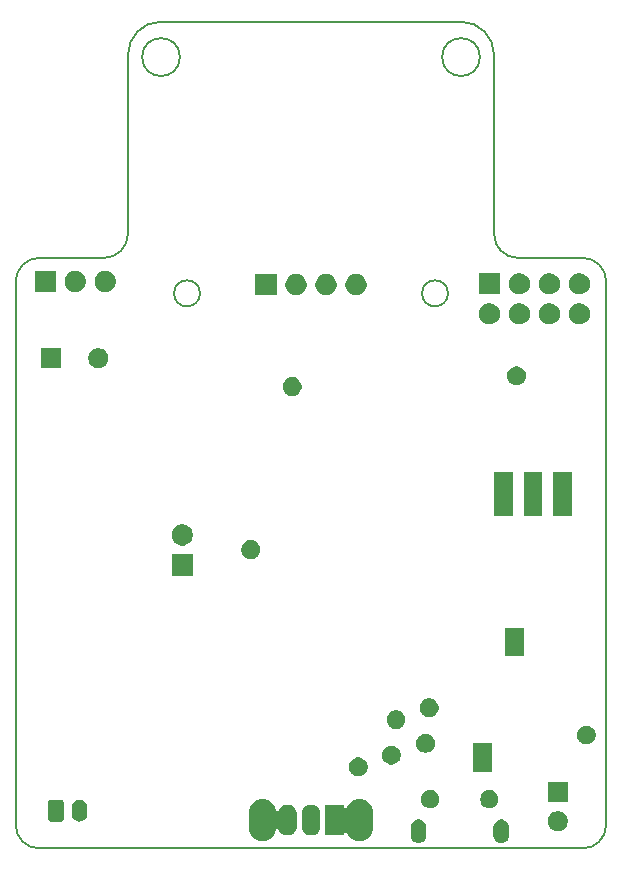
<source format=gbs>
G04 #@! TF.GenerationSoftware,KiCad,Pcbnew,5.1.5+dfsg1-2build2*
G04 #@! TF.CreationDate,2021-02-28T17:12:47+01:00*
G04 #@! TF.ProjectId,time2time,74696d65-3274-4696-9d65-2e6b69636164,V1.0*
G04 #@! TF.SameCoordinates,PX7735940PY3473bc0*
G04 #@! TF.FileFunction,Soldermask,Bot*
G04 #@! TF.FilePolarity,Negative*
%FSLAX46Y46*%
G04 Gerber Fmt 4.6, Leading zero omitted, Abs format (unit mm)*
G04 Created by KiCad (PCBNEW 5.1.5+dfsg1-2build2) date 2021-02-28 17:12:47*
%MOMM*%
%LPD*%
G04 APERTURE LIST*
%ADD10C,0.150000*%
%ADD11C,0.100000*%
G04 APERTURE END LIST*
D10*
X50000000Y-68000000D02*
G75*
G02X48000000Y-70000000I-2000000J0D01*
G01*
X2000000Y-70000000D02*
G75*
G02X0Y-68000000I0J2000000D01*
G01*
X0Y-22000000D02*
G75*
G02X2000000Y-20000000I2000000J0D01*
G01*
X9500000Y-18000000D02*
G75*
G02X7500000Y-20000000I-2000000J0D01*
G01*
X42500000Y-20000000D02*
G75*
G02X40500000Y-18000000I0J2000000D01*
G01*
X48000000Y-20000000D02*
G75*
G02X50000000Y-22000000I0J-2000000D01*
G01*
X37700000Y0D02*
G75*
G02X40500000Y-2800000I0J-2800000D01*
G01*
X9500000Y-2800000D02*
G75*
G02X12300000Y0I2800000J0D01*
G01*
X42500000Y-20000000D02*
X48000000Y-20000000D01*
X9500000Y-2800000D02*
X9500000Y-18000000D01*
X37700000Y0D02*
X12300000Y0D01*
X40500000Y-18000000D02*
X40500000Y-2800000D01*
X36600000Y-23000000D02*
G75*
G03X36600000Y-23000000I-1100000J0D01*
G01*
X15600000Y-23000000D02*
G75*
G03X15600000Y-23000000I-1100000J0D01*
G01*
X39300000Y-3000000D02*
G75*
G03X39300000Y-3000000I-1600000J0D01*
G01*
X13900000Y-3000000D02*
G75*
G03X13900000Y-3000000I-1600000J0D01*
G01*
X0Y-22000000D02*
X0Y-68000000D01*
X7500000Y-20000000D02*
X2000000Y-20000000D01*
X50000000Y-68000000D02*
X50000000Y-22000000D01*
X2000000Y-70000000D02*
X48000000Y-70000000D01*
D11*
G36*
X34227618Y-67545920D02*
G01*
X34294610Y-67566242D01*
X34350336Y-67583146D01*
X34463425Y-67643594D01*
X34562554Y-67724946D01*
X34643906Y-67824075D01*
X34704354Y-67937164D01*
X34707710Y-67948228D01*
X34741580Y-68059882D01*
X34751000Y-68155527D01*
X34751000Y-68919473D01*
X34741580Y-69015118D01*
X34714040Y-69105904D01*
X34704354Y-69137836D01*
X34643906Y-69250925D01*
X34562554Y-69350053D01*
X34463424Y-69431406D01*
X34350335Y-69491854D01*
X34318403Y-69501540D01*
X34227617Y-69529080D01*
X34100000Y-69541649D01*
X33972382Y-69529080D01*
X33881596Y-69501540D01*
X33849664Y-69491854D01*
X33736575Y-69431406D01*
X33637447Y-69350054D01*
X33556094Y-69250924D01*
X33495646Y-69137835D01*
X33474407Y-69067818D01*
X33458420Y-69015117D01*
X33449000Y-68919472D01*
X33449000Y-68155527D01*
X33458420Y-68059882D01*
X33495645Y-67937168D01*
X33520608Y-67890466D01*
X33556095Y-67824075D01*
X33637447Y-67724946D01*
X33736576Y-67643594D01*
X33849665Y-67583146D01*
X33905391Y-67566242D01*
X33972383Y-67545920D01*
X34100000Y-67533351D01*
X34227618Y-67545920D01*
G37*
G36*
X41227617Y-67545920D02*
G01*
X41294609Y-67566242D01*
X41350335Y-67583146D01*
X41463424Y-67643594D01*
X41562554Y-67724947D01*
X41643906Y-67824075D01*
X41704354Y-67937164D01*
X41707710Y-67948228D01*
X41741580Y-68059882D01*
X41751000Y-68155527D01*
X41751000Y-68919473D01*
X41741580Y-69015118D01*
X41714040Y-69105904D01*
X41704354Y-69137836D01*
X41643906Y-69250925D01*
X41562554Y-69350054D01*
X41463425Y-69431406D01*
X41350336Y-69491854D01*
X41318404Y-69501540D01*
X41227618Y-69529080D01*
X41100000Y-69541649D01*
X40972383Y-69529080D01*
X40881597Y-69501540D01*
X40849665Y-69491854D01*
X40736576Y-69431406D01*
X40637447Y-69350054D01*
X40556095Y-69250925D01*
X40495648Y-69137837D01*
X40495645Y-69137832D01*
X40458420Y-69015118D01*
X40449000Y-68919473D01*
X40449000Y-68155528D01*
X40458420Y-68059883D01*
X40495645Y-67937169D01*
X40495646Y-67937165D01*
X40556094Y-67824076D01*
X40637447Y-67724946D01*
X40736575Y-67643594D01*
X40849664Y-67583146D01*
X40905390Y-67566242D01*
X40972382Y-67545920D01*
X41100000Y-67533351D01*
X41227617Y-67545920D01*
G37*
G36*
X21125635Y-65815654D02*
G01*
X21342600Y-65881470D01*
X21342602Y-65881471D01*
X21542555Y-65988347D01*
X21717818Y-66132182D01*
X21861653Y-66307445D01*
X21960848Y-66493028D01*
X21968530Y-66507400D01*
X21991669Y-66583679D01*
X22034986Y-66726475D01*
X22038908Y-66746196D01*
X22048284Y-66768835D01*
X22061897Y-66789210D01*
X22079223Y-66806538D01*
X22099597Y-66820153D01*
X22122236Y-66829531D01*
X22146269Y-66834313D01*
X22170773Y-66834314D01*
X22194806Y-66829534D01*
X22217445Y-66820158D01*
X22237820Y-66806545D01*
X22255148Y-66789219D01*
X22268765Y-66768841D01*
X22330772Y-66652835D01*
X22430868Y-66530867D01*
X22552836Y-66430771D01*
X22691988Y-66356392D01*
X22742319Y-66341125D01*
X22842978Y-66310590D01*
X23000000Y-66295125D01*
X23157023Y-66310590D01*
X23257682Y-66341125D01*
X23308013Y-66356392D01*
X23447165Y-66430771D01*
X23569133Y-66530867D01*
X23669229Y-66652835D01*
X23743608Y-66791987D01*
X23756447Y-66834313D01*
X23789410Y-66942977D01*
X23801000Y-67060655D01*
X23801000Y-68139345D01*
X23789410Y-68257023D01*
X23758875Y-68357682D01*
X23743608Y-68408013D01*
X23718948Y-68454148D01*
X23669229Y-68547165D01*
X23569133Y-68669133D01*
X23472798Y-68748192D01*
X23447164Y-68769229D01*
X23308012Y-68843608D01*
X23257681Y-68858875D01*
X23157022Y-68889410D01*
X23000000Y-68904875D01*
X22842977Y-68889410D01*
X22742318Y-68858875D01*
X22691987Y-68843608D01*
X22552835Y-68769229D01*
X22497916Y-68724158D01*
X22430867Y-68669133D01*
X22330771Y-68547164D01*
X22292537Y-68475633D01*
X22268765Y-68431160D01*
X22255151Y-68410786D01*
X22237824Y-68393459D01*
X22217450Y-68379845D01*
X22194811Y-68370468D01*
X22170777Y-68365688D01*
X22146273Y-68365688D01*
X22122240Y-68370469D01*
X22099601Y-68379846D01*
X22079227Y-68393460D01*
X22061900Y-68410787D01*
X22048286Y-68431161D01*
X22038909Y-68453800D01*
X22034988Y-68473517D01*
X22034346Y-68475633D01*
X22034346Y-68475635D01*
X21968530Y-68692599D01*
X21968529Y-68692602D01*
X21861653Y-68892555D01*
X21782652Y-68988817D01*
X21717818Y-69067818D01*
X21569204Y-69189781D01*
X21542553Y-69211653D01*
X21342601Y-69318529D01*
X21342599Y-69318530D01*
X21125634Y-69384346D01*
X20900000Y-69406569D01*
X20674365Y-69384346D01*
X20457400Y-69318530D01*
X20457398Y-69318529D01*
X20257445Y-69211653D01*
X20161183Y-69132652D01*
X20082182Y-69067818D01*
X19938348Y-68892554D01*
X19912186Y-68843608D01*
X19831471Y-68692601D01*
X19827996Y-68681145D01*
X19765654Y-68475634D01*
X19757561Y-68393460D01*
X19749000Y-68306544D01*
X19749000Y-66893455D01*
X19765654Y-66724366D01*
X19808331Y-66583679D01*
X19831470Y-66507400D01*
X19839152Y-66493028D01*
X19938348Y-66307446D01*
X20082183Y-66132182D01*
X20257446Y-65988347D01*
X20457399Y-65881471D01*
X20457401Y-65881470D01*
X20674366Y-65815654D01*
X20900000Y-65793431D01*
X21125635Y-65815654D01*
G37*
G36*
X29325635Y-65815654D02*
G01*
X29542600Y-65881470D01*
X29542602Y-65881471D01*
X29742555Y-65988347D01*
X29917818Y-66132182D01*
X30061653Y-66307445D01*
X30160848Y-66493028D01*
X30168530Y-66507400D01*
X30191669Y-66583679D01*
X30234346Y-66724366D01*
X30251000Y-66893455D01*
X30251000Y-68306545D01*
X30241006Y-68408011D01*
X30234346Y-68475635D01*
X30172005Y-68681146D01*
X30168529Y-68692602D01*
X30061653Y-68892555D01*
X29982652Y-68988817D01*
X29917818Y-69067818D01*
X29769204Y-69189781D01*
X29742553Y-69211653D01*
X29542601Y-69318529D01*
X29542599Y-69318530D01*
X29325634Y-69384346D01*
X29100000Y-69406569D01*
X28874365Y-69384346D01*
X28657400Y-69318530D01*
X28657398Y-69318529D01*
X28457445Y-69211653D01*
X28361183Y-69132652D01*
X28282182Y-69067818D01*
X28138348Y-68892554D01*
X28112186Y-68843608D01*
X28036238Y-68701520D01*
X28022625Y-68681146D01*
X28005298Y-68663819D01*
X27984923Y-68650205D01*
X27962285Y-68640827D01*
X27938251Y-68636047D01*
X27913747Y-68636047D01*
X27889714Y-68640827D01*
X27867075Y-68650205D01*
X27846701Y-68663818D01*
X27829374Y-68681145D01*
X27815760Y-68701520D01*
X27806382Y-68724158D01*
X27801602Y-68748192D01*
X27801000Y-68760444D01*
X27801000Y-68901000D01*
X26199000Y-68901000D01*
X26199000Y-66299000D01*
X27801000Y-66299000D01*
X27801000Y-66439555D01*
X27803402Y-66463941D01*
X27810515Y-66487390D01*
X27822066Y-66509001D01*
X27837611Y-66527943D01*
X27856553Y-66543488D01*
X27878164Y-66555039D01*
X27901613Y-66562152D01*
X27925999Y-66564554D01*
X27950385Y-66562152D01*
X27973834Y-66555039D01*
X27995445Y-66543488D01*
X28014387Y-66527943D01*
X28036238Y-66498479D01*
X28138348Y-66307446D01*
X28282183Y-66132182D01*
X28457446Y-65988347D01*
X28657399Y-65881471D01*
X28657401Y-65881470D01*
X28874366Y-65815654D01*
X29100000Y-65793431D01*
X29325635Y-65815654D01*
G37*
G36*
X25157023Y-66310590D02*
G01*
X25257682Y-66341125D01*
X25308013Y-66356392D01*
X25447165Y-66430771D01*
X25569133Y-66530867D01*
X25669229Y-66652835D01*
X25743608Y-66791987D01*
X25756447Y-66834313D01*
X25789410Y-66942977D01*
X25801000Y-67060655D01*
X25801000Y-68139345D01*
X25789410Y-68257023D01*
X25758875Y-68357682D01*
X25743608Y-68408013D01*
X25718948Y-68454148D01*
X25669229Y-68547165D01*
X25569133Y-68669133D01*
X25472798Y-68748192D01*
X25447164Y-68769229D01*
X25308012Y-68843608D01*
X25257681Y-68858875D01*
X25157022Y-68889410D01*
X25000000Y-68904875D01*
X24842977Y-68889410D01*
X24742318Y-68858875D01*
X24691987Y-68843608D01*
X24552835Y-68769229D01*
X24497916Y-68724158D01*
X24430867Y-68669133D01*
X24330771Y-68547164D01*
X24292537Y-68475633D01*
X24256392Y-68408012D01*
X24225613Y-68306545D01*
X24210590Y-68257022D01*
X24199000Y-68139344D01*
X24199001Y-67060655D01*
X24210591Y-66942977D01*
X24243554Y-66834313D01*
X24256393Y-66791987D01*
X24330772Y-66652835D01*
X24430868Y-66530867D01*
X24552836Y-66430771D01*
X24691988Y-66356392D01*
X24742319Y-66341125D01*
X24842978Y-66310590D01*
X25000000Y-66295125D01*
X25157023Y-66310590D01*
G37*
G36*
X46148228Y-66881703D02*
G01*
X46303100Y-66945853D01*
X46442481Y-67038985D01*
X46561015Y-67157519D01*
X46654147Y-67296900D01*
X46718297Y-67451772D01*
X46751000Y-67616184D01*
X46751000Y-67783816D01*
X46718297Y-67948228D01*
X46654147Y-68103100D01*
X46561015Y-68242481D01*
X46442481Y-68361015D01*
X46303100Y-68454147D01*
X46148228Y-68518297D01*
X45983816Y-68551000D01*
X45816184Y-68551000D01*
X45651772Y-68518297D01*
X45496900Y-68454147D01*
X45357519Y-68361015D01*
X45238985Y-68242481D01*
X45145853Y-68103100D01*
X45081703Y-67948228D01*
X45049000Y-67783816D01*
X45049000Y-67616184D01*
X45081703Y-67451772D01*
X45145853Y-67296900D01*
X45238985Y-67157519D01*
X45357519Y-67038985D01*
X45496900Y-66945853D01*
X45651772Y-66881703D01*
X45816184Y-66849000D01*
X45983816Y-66849000D01*
X46148228Y-66881703D01*
G37*
G36*
X5527617Y-65883420D02*
G01*
X5608399Y-65907925D01*
X5650335Y-65920646D01*
X5763424Y-65981094D01*
X5862554Y-66062447D01*
X5943906Y-66161575D01*
X6004354Y-66274664D01*
X6010561Y-66295125D01*
X6041580Y-66397382D01*
X6051000Y-66493027D01*
X6051000Y-67106973D01*
X6041580Y-67202618D01*
X6014040Y-67293404D01*
X6004354Y-67325336D01*
X5943906Y-67438425D01*
X5862554Y-67537554D01*
X5763425Y-67618906D01*
X5650336Y-67679354D01*
X5618404Y-67689040D01*
X5527618Y-67716580D01*
X5400000Y-67729149D01*
X5272383Y-67716580D01*
X5181597Y-67689040D01*
X5149665Y-67679354D01*
X5036576Y-67618906D01*
X4937447Y-67537554D01*
X4856096Y-67438427D01*
X4856095Y-67438425D01*
X4795647Y-67325336D01*
X4795645Y-67325333D01*
X4783237Y-67284427D01*
X4758420Y-67202618D01*
X4749000Y-67106973D01*
X4749000Y-66493028D01*
X4758420Y-66397383D01*
X4795645Y-66274669D01*
X4795646Y-66274665D01*
X4856094Y-66161576D01*
X4937447Y-66062446D01*
X5036575Y-65981094D01*
X5149664Y-65920646D01*
X5191600Y-65907925D01*
X5272382Y-65883420D01*
X5400000Y-65870851D01*
X5527617Y-65883420D01*
G37*
G36*
X3891242Y-65878404D02*
G01*
X3928337Y-65889657D01*
X3962515Y-65907925D01*
X3992481Y-65932519D01*
X4017075Y-65962485D01*
X4035343Y-65996663D01*
X4046596Y-66033758D01*
X4051000Y-66078474D01*
X4051000Y-67521526D01*
X4046596Y-67566242D01*
X4035343Y-67603337D01*
X4017075Y-67637515D01*
X3992481Y-67667481D01*
X3962515Y-67692075D01*
X3928337Y-67710343D01*
X3891242Y-67721596D01*
X3846526Y-67726000D01*
X2953474Y-67726000D01*
X2908758Y-67721596D01*
X2871663Y-67710343D01*
X2837485Y-67692075D01*
X2807519Y-67667481D01*
X2782925Y-67637515D01*
X2764657Y-67603337D01*
X2753404Y-67566242D01*
X2749000Y-67521526D01*
X2749000Y-66078474D01*
X2753404Y-66033758D01*
X2764657Y-65996663D01*
X2782925Y-65962485D01*
X2807519Y-65932519D01*
X2837485Y-65907925D01*
X2871663Y-65889657D01*
X2908758Y-65878404D01*
X2953474Y-65874000D01*
X3846526Y-65874000D01*
X3891242Y-65878404D01*
G37*
G36*
X40326348Y-65091320D02*
G01*
X40326350Y-65091321D01*
X40326351Y-65091321D01*
X40467574Y-65149817D01*
X40467577Y-65149819D01*
X40594669Y-65234739D01*
X40702761Y-65342831D01*
X40787681Y-65469923D01*
X40787683Y-65469926D01*
X40846179Y-65611149D01*
X40846180Y-65611152D01*
X40876000Y-65761069D01*
X40876000Y-65913931D01*
X40846459Y-66062447D01*
X40846179Y-66063851D01*
X40787683Y-66205074D01*
X40787681Y-66205077D01*
X40702761Y-66332169D01*
X40594669Y-66440261D01*
X40559229Y-66463941D01*
X40467574Y-66525183D01*
X40326351Y-66583679D01*
X40326350Y-66583679D01*
X40326348Y-66583680D01*
X40176431Y-66613500D01*
X40023569Y-66613500D01*
X39873652Y-66583680D01*
X39873650Y-66583679D01*
X39873649Y-66583679D01*
X39732426Y-66525183D01*
X39640771Y-66463941D01*
X39605331Y-66440261D01*
X39497239Y-66332169D01*
X39412319Y-66205077D01*
X39412317Y-66205074D01*
X39353821Y-66063851D01*
X39353542Y-66062447D01*
X39324000Y-65913931D01*
X39324000Y-65761069D01*
X39353820Y-65611152D01*
X39353821Y-65611149D01*
X39412317Y-65469926D01*
X39412319Y-65469923D01*
X39497239Y-65342831D01*
X39605331Y-65234739D01*
X39732423Y-65149819D01*
X39732426Y-65149817D01*
X39873649Y-65091321D01*
X39873650Y-65091321D01*
X39873652Y-65091320D01*
X40023569Y-65061500D01*
X40176431Y-65061500D01*
X40326348Y-65091320D01*
G37*
G36*
X35326348Y-65091320D02*
G01*
X35326350Y-65091321D01*
X35326351Y-65091321D01*
X35467574Y-65149817D01*
X35467577Y-65149819D01*
X35594669Y-65234739D01*
X35702761Y-65342831D01*
X35787681Y-65469923D01*
X35787683Y-65469926D01*
X35846179Y-65611149D01*
X35846180Y-65611152D01*
X35876000Y-65761069D01*
X35876000Y-65913931D01*
X35846459Y-66062447D01*
X35846179Y-66063851D01*
X35787683Y-66205074D01*
X35787681Y-66205077D01*
X35702761Y-66332169D01*
X35594669Y-66440261D01*
X35559229Y-66463941D01*
X35467574Y-66525183D01*
X35326351Y-66583679D01*
X35326350Y-66583679D01*
X35326348Y-66583680D01*
X35176431Y-66613500D01*
X35023569Y-66613500D01*
X34873652Y-66583680D01*
X34873650Y-66583679D01*
X34873649Y-66583679D01*
X34732426Y-66525183D01*
X34640771Y-66463941D01*
X34605331Y-66440261D01*
X34497239Y-66332169D01*
X34412319Y-66205077D01*
X34412317Y-66205074D01*
X34353821Y-66063851D01*
X34353542Y-66062447D01*
X34324000Y-65913931D01*
X34324000Y-65761069D01*
X34353820Y-65611152D01*
X34353821Y-65611149D01*
X34412317Y-65469926D01*
X34412319Y-65469923D01*
X34497239Y-65342831D01*
X34605331Y-65234739D01*
X34732423Y-65149819D01*
X34732426Y-65149817D01*
X34873649Y-65091321D01*
X34873650Y-65091321D01*
X34873652Y-65091320D01*
X35023569Y-65061500D01*
X35176431Y-65061500D01*
X35326348Y-65091320D01*
G37*
G36*
X46751000Y-66051000D02*
G01*
X45049000Y-66051000D01*
X45049000Y-64349000D01*
X46751000Y-64349000D01*
X46751000Y-66051000D01*
G37*
G36*
X29233642Y-62329781D02*
G01*
X29379414Y-62390162D01*
X29379416Y-62390163D01*
X29510608Y-62477822D01*
X29622178Y-62589392D01*
X29709837Y-62720584D01*
X29709838Y-62720586D01*
X29770219Y-62866358D01*
X29801000Y-63021107D01*
X29801000Y-63178893D01*
X29770219Y-63333642D01*
X29709838Y-63479414D01*
X29709837Y-63479416D01*
X29622178Y-63610608D01*
X29510608Y-63722178D01*
X29379416Y-63809837D01*
X29379415Y-63809838D01*
X29379414Y-63809838D01*
X29233642Y-63870219D01*
X29078893Y-63901000D01*
X28921107Y-63901000D01*
X28766358Y-63870219D01*
X28620586Y-63809838D01*
X28620585Y-63809838D01*
X28620584Y-63809837D01*
X28489392Y-63722178D01*
X28377822Y-63610608D01*
X28290163Y-63479416D01*
X28290162Y-63479414D01*
X28229781Y-63333642D01*
X28199000Y-63178893D01*
X28199000Y-63021107D01*
X28229781Y-62866358D01*
X28290162Y-62720586D01*
X28290163Y-62720584D01*
X28377822Y-62589392D01*
X28489392Y-62477822D01*
X28620584Y-62390163D01*
X28620586Y-62390162D01*
X28766358Y-62329781D01*
X28921107Y-62299000D01*
X29078893Y-62299000D01*
X29233642Y-62329781D01*
G37*
G36*
X40301000Y-63501000D02*
G01*
X38699000Y-63501000D01*
X38699000Y-61099000D01*
X40301000Y-61099000D01*
X40301000Y-63501000D01*
G37*
G36*
X32033642Y-61329781D02*
G01*
X32179414Y-61390162D01*
X32179416Y-61390163D01*
X32310608Y-61477822D01*
X32422178Y-61589392D01*
X32509837Y-61720584D01*
X32509838Y-61720586D01*
X32570219Y-61866358D01*
X32601000Y-62021107D01*
X32601000Y-62178893D01*
X32570219Y-62333642D01*
X32510497Y-62477822D01*
X32509837Y-62479416D01*
X32422178Y-62610608D01*
X32310608Y-62722178D01*
X32179416Y-62809837D01*
X32179415Y-62809838D01*
X32179414Y-62809838D01*
X32033642Y-62870219D01*
X31878893Y-62901000D01*
X31721107Y-62901000D01*
X31566358Y-62870219D01*
X31420586Y-62809838D01*
X31420585Y-62809838D01*
X31420584Y-62809837D01*
X31289392Y-62722178D01*
X31177822Y-62610608D01*
X31090163Y-62479416D01*
X31089503Y-62477822D01*
X31029781Y-62333642D01*
X30999000Y-62178893D01*
X30999000Y-62021107D01*
X31029781Y-61866358D01*
X31090162Y-61720586D01*
X31090163Y-61720584D01*
X31177822Y-61589392D01*
X31289392Y-61477822D01*
X31420584Y-61390163D01*
X31420586Y-61390162D01*
X31566358Y-61329781D01*
X31721107Y-61299000D01*
X31878893Y-61299000D01*
X32033642Y-61329781D01*
G37*
G36*
X34933642Y-60329781D02*
G01*
X35079414Y-60390162D01*
X35079416Y-60390163D01*
X35210608Y-60477822D01*
X35322178Y-60589392D01*
X35351745Y-60633643D01*
X35409838Y-60720586D01*
X35470219Y-60866358D01*
X35501000Y-61021107D01*
X35501000Y-61178893D01*
X35470219Y-61333642D01*
X35446807Y-61390163D01*
X35409837Y-61479416D01*
X35322178Y-61610608D01*
X35210608Y-61722178D01*
X35079416Y-61809837D01*
X35079415Y-61809838D01*
X35079414Y-61809838D01*
X34933642Y-61870219D01*
X34778893Y-61901000D01*
X34621107Y-61901000D01*
X34466358Y-61870219D01*
X34320586Y-61809838D01*
X34320585Y-61809838D01*
X34320584Y-61809837D01*
X34189392Y-61722178D01*
X34077822Y-61610608D01*
X33990163Y-61479416D01*
X33953193Y-61390163D01*
X33929781Y-61333642D01*
X33899000Y-61178893D01*
X33899000Y-61021107D01*
X33929781Y-60866358D01*
X33990162Y-60720586D01*
X34048255Y-60633643D01*
X34077822Y-60589392D01*
X34189392Y-60477822D01*
X34320584Y-60390163D01*
X34320586Y-60390162D01*
X34466358Y-60329781D01*
X34621107Y-60299000D01*
X34778893Y-60299000D01*
X34933642Y-60329781D01*
G37*
G36*
X48533642Y-59629781D02*
G01*
X48679414Y-59690162D01*
X48679416Y-59690163D01*
X48810608Y-59777822D01*
X48922178Y-59889392D01*
X48929934Y-59901000D01*
X49009838Y-60020586D01*
X49070219Y-60166358D01*
X49101000Y-60321107D01*
X49101000Y-60478893D01*
X49070219Y-60633642D01*
X49034206Y-60720584D01*
X49009837Y-60779416D01*
X48922178Y-60910608D01*
X48810608Y-61022178D01*
X48679416Y-61109837D01*
X48679415Y-61109838D01*
X48679414Y-61109838D01*
X48533642Y-61170219D01*
X48378893Y-61201000D01*
X48221107Y-61201000D01*
X48066358Y-61170219D01*
X47920586Y-61109838D01*
X47920585Y-61109838D01*
X47920584Y-61109837D01*
X47789392Y-61022178D01*
X47677822Y-60910608D01*
X47590163Y-60779416D01*
X47565794Y-60720584D01*
X47529781Y-60633642D01*
X47499000Y-60478893D01*
X47499000Y-60321107D01*
X47529781Y-60166358D01*
X47590162Y-60020586D01*
X47670066Y-59901000D01*
X47677822Y-59889392D01*
X47789392Y-59777822D01*
X47920584Y-59690163D01*
X47920586Y-59690162D01*
X48066358Y-59629781D01*
X48221107Y-59599000D01*
X48378893Y-59599000D01*
X48533642Y-59629781D01*
G37*
G36*
X32433642Y-58329781D02*
G01*
X32579414Y-58390162D01*
X32579416Y-58390163D01*
X32710608Y-58477822D01*
X32822178Y-58589392D01*
X32909837Y-58720584D01*
X32909838Y-58720586D01*
X32970219Y-58866358D01*
X33001000Y-59021107D01*
X33001000Y-59178893D01*
X32970219Y-59333642D01*
X32909838Y-59479414D01*
X32909837Y-59479416D01*
X32822178Y-59610608D01*
X32710608Y-59722178D01*
X32579416Y-59809837D01*
X32579415Y-59809838D01*
X32579414Y-59809838D01*
X32433642Y-59870219D01*
X32278893Y-59901000D01*
X32121107Y-59901000D01*
X31966358Y-59870219D01*
X31820586Y-59809838D01*
X31820585Y-59809838D01*
X31820584Y-59809837D01*
X31689392Y-59722178D01*
X31577822Y-59610608D01*
X31490163Y-59479416D01*
X31490162Y-59479414D01*
X31429781Y-59333642D01*
X31399000Y-59178893D01*
X31399000Y-59021107D01*
X31429781Y-58866358D01*
X31490162Y-58720586D01*
X31490163Y-58720584D01*
X31577822Y-58589392D01*
X31689392Y-58477822D01*
X31820584Y-58390163D01*
X31820586Y-58390162D01*
X31966358Y-58329781D01*
X32121107Y-58299000D01*
X32278893Y-58299000D01*
X32433642Y-58329781D01*
G37*
G36*
X35233642Y-57329781D02*
G01*
X35379414Y-57390162D01*
X35379416Y-57390163D01*
X35510608Y-57477822D01*
X35622178Y-57589392D01*
X35709837Y-57720584D01*
X35709838Y-57720586D01*
X35770219Y-57866358D01*
X35801000Y-58021107D01*
X35801000Y-58178893D01*
X35770219Y-58333642D01*
X35746807Y-58390163D01*
X35709837Y-58479416D01*
X35622178Y-58610608D01*
X35510608Y-58722178D01*
X35379416Y-58809837D01*
X35379415Y-58809838D01*
X35379414Y-58809838D01*
X35233642Y-58870219D01*
X35078893Y-58901000D01*
X34921107Y-58901000D01*
X34766358Y-58870219D01*
X34620586Y-58809838D01*
X34620585Y-58809838D01*
X34620584Y-58809837D01*
X34489392Y-58722178D01*
X34377822Y-58610608D01*
X34290163Y-58479416D01*
X34253193Y-58390163D01*
X34229781Y-58333642D01*
X34199000Y-58178893D01*
X34199000Y-58021107D01*
X34229781Y-57866358D01*
X34290162Y-57720586D01*
X34290163Y-57720584D01*
X34377822Y-57589392D01*
X34489392Y-57477822D01*
X34620584Y-57390163D01*
X34620586Y-57390162D01*
X34766358Y-57329781D01*
X34921107Y-57299000D01*
X35078893Y-57299000D01*
X35233642Y-57329781D01*
G37*
G36*
X43001000Y-53701000D02*
G01*
X41399000Y-53701000D01*
X41399000Y-51299000D01*
X43001000Y-51299000D01*
X43001000Y-53701000D01*
G37*
G36*
X15001000Y-46901000D02*
G01*
X13199000Y-46901000D01*
X13199000Y-45099000D01*
X15001000Y-45099000D01*
X15001000Y-46901000D01*
G37*
G36*
X20133642Y-43929781D02*
G01*
X20279414Y-43990162D01*
X20279416Y-43990163D01*
X20410608Y-44077822D01*
X20522178Y-44189392D01*
X20609837Y-44320584D01*
X20609838Y-44320586D01*
X20670219Y-44466358D01*
X20701000Y-44621107D01*
X20701000Y-44778893D01*
X20670219Y-44933642D01*
X20609838Y-45079414D01*
X20609837Y-45079416D01*
X20522178Y-45210608D01*
X20410608Y-45322178D01*
X20279416Y-45409837D01*
X20279415Y-45409838D01*
X20279414Y-45409838D01*
X20133642Y-45470219D01*
X19978893Y-45501000D01*
X19821107Y-45501000D01*
X19666358Y-45470219D01*
X19520586Y-45409838D01*
X19520585Y-45409838D01*
X19520584Y-45409837D01*
X19389392Y-45322178D01*
X19277822Y-45210608D01*
X19190163Y-45079416D01*
X19190162Y-45079414D01*
X19129781Y-44933642D01*
X19099000Y-44778893D01*
X19099000Y-44621107D01*
X19129781Y-44466358D01*
X19190162Y-44320586D01*
X19190163Y-44320584D01*
X19277822Y-44189392D01*
X19389392Y-44077822D01*
X19520584Y-43990163D01*
X19520586Y-43990162D01*
X19666358Y-43929781D01*
X19821107Y-43899000D01*
X19978893Y-43899000D01*
X20133642Y-43929781D01*
G37*
G36*
X14213512Y-42563927D02*
G01*
X14362812Y-42593624D01*
X14526784Y-42661544D01*
X14674354Y-42760147D01*
X14799853Y-42885646D01*
X14898456Y-43033216D01*
X14966376Y-43197188D01*
X15001000Y-43371259D01*
X15001000Y-43548741D01*
X14966376Y-43722812D01*
X14898456Y-43886784D01*
X14799853Y-44034354D01*
X14674354Y-44159853D01*
X14526784Y-44258456D01*
X14362812Y-44326376D01*
X14213512Y-44356073D01*
X14188742Y-44361000D01*
X14011258Y-44361000D01*
X13986488Y-44356073D01*
X13837188Y-44326376D01*
X13673216Y-44258456D01*
X13525646Y-44159853D01*
X13400147Y-44034354D01*
X13301544Y-43886784D01*
X13233624Y-43722812D01*
X13199000Y-43548741D01*
X13199000Y-43371259D01*
X13233624Y-43197188D01*
X13301544Y-43033216D01*
X13400147Y-42885646D01*
X13525646Y-42760147D01*
X13673216Y-42661544D01*
X13837188Y-42593624D01*
X13986488Y-42563927D01*
X14011258Y-42559000D01*
X14188742Y-42559000D01*
X14213512Y-42563927D01*
G37*
G36*
X47101000Y-41851000D02*
G01*
X45499000Y-41851000D01*
X45499000Y-38149000D01*
X47101000Y-38149000D01*
X47101000Y-41851000D01*
G37*
G36*
X42101000Y-41851000D02*
G01*
X40499000Y-41851000D01*
X40499000Y-38149000D01*
X42101000Y-38149000D01*
X42101000Y-41851000D01*
G37*
G36*
X44601000Y-41851000D02*
G01*
X42999000Y-41851000D01*
X42999000Y-38149000D01*
X44601000Y-38149000D01*
X44601000Y-41851000D01*
G37*
G36*
X23633642Y-30129781D02*
G01*
X23779414Y-30190162D01*
X23779416Y-30190163D01*
X23910608Y-30277822D01*
X24022178Y-30389392D01*
X24103171Y-30510608D01*
X24109838Y-30520586D01*
X24170219Y-30666358D01*
X24201000Y-30821107D01*
X24201000Y-30978893D01*
X24170219Y-31133642D01*
X24109838Y-31279414D01*
X24109837Y-31279416D01*
X24022178Y-31410608D01*
X23910608Y-31522178D01*
X23779416Y-31609837D01*
X23779415Y-31609838D01*
X23779414Y-31609838D01*
X23633642Y-31670219D01*
X23478893Y-31701000D01*
X23321107Y-31701000D01*
X23166358Y-31670219D01*
X23020586Y-31609838D01*
X23020585Y-31609838D01*
X23020584Y-31609837D01*
X22889392Y-31522178D01*
X22777822Y-31410608D01*
X22690163Y-31279416D01*
X22690162Y-31279414D01*
X22629781Y-31133642D01*
X22599000Y-30978893D01*
X22599000Y-30821107D01*
X22629781Y-30666358D01*
X22690162Y-30520586D01*
X22696829Y-30510608D01*
X22777822Y-30389392D01*
X22889392Y-30277822D01*
X23020584Y-30190163D01*
X23020586Y-30190162D01*
X23166358Y-30129781D01*
X23321107Y-30099000D01*
X23478893Y-30099000D01*
X23633642Y-30129781D01*
G37*
G36*
X42633642Y-29229781D02*
G01*
X42779414Y-29290162D01*
X42779416Y-29290163D01*
X42910608Y-29377822D01*
X43022178Y-29489392D01*
X43109837Y-29620584D01*
X43109838Y-29620586D01*
X43170219Y-29766358D01*
X43201000Y-29921107D01*
X43201000Y-30078893D01*
X43170219Y-30233642D01*
X43151919Y-30277822D01*
X43109837Y-30379416D01*
X43022178Y-30510608D01*
X42910608Y-30622178D01*
X42779416Y-30709837D01*
X42779415Y-30709838D01*
X42779414Y-30709838D01*
X42633642Y-30770219D01*
X42478893Y-30801000D01*
X42321107Y-30801000D01*
X42166358Y-30770219D01*
X42020586Y-30709838D01*
X42020585Y-30709838D01*
X42020584Y-30709837D01*
X41889392Y-30622178D01*
X41777822Y-30510608D01*
X41690163Y-30379416D01*
X41648081Y-30277822D01*
X41629781Y-30233642D01*
X41599000Y-30078893D01*
X41599000Y-29921107D01*
X41629781Y-29766358D01*
X41690162Y-29620586D01*
X41690163Y-29620584D01*
X41777822Y-29489392D01*
X41889392Y-29377822D01*
X42020584Y-29290163D01*
X42020586Y-29290162D01*
X42166358Y-29229781D01*
X42321107Y-29199000D01*
X42478893Y-29199000D01*
X42633642Y-29229781D01*
G37*
G36*
X7248228Y-27681703D02*
G01*
X7403100Y-27745853D01*
X7542481Y-27838985D01*
X7661015Y-27957519D01*
X7754147Y-28096900D01*
X7818297Y-28251772D01*
X7851000Y-28416184D01*
X7851000Y-28583816D01*
X7818297Y-28748228D01*
X7754147Y-28903100D01*
X7661015Y-29042481D01*
X7542481Y-29161015D01*
X7403100Y-29254147D01*
X7248228Y-29318297D01*
X7083816Y-29351000D01*
X6916184Y-29351000D01*
X6751772Y-29318297D01*
X6596900Y-29254147D01*
X6457519Y-29161015D01*
X6338985Y-29042481D01*
X6245853Y-28903100D01*
X6181703Y-28748228D01*
X6149000Y-28583816D01*
X6149000Y-28416184D01*
X6181703Y-28251772D01*
X6245853Y-28096900D01*
X6338985Y-27957519D01*
X6457519Y-27838985D01*
X6596900Y-27745853D01*
X6751772Y-27681703D01*
X6916184Y-27649000D01*
X7083816Y-27649000D01*
X7248228Y-27681703D01*
G37*
G36*
X3851000Y-29351000D02*
G01*
X2149000Y-29351000D01*
X2149000Y-27649000D01*
X3851000Y-27649000D01*
X3851000Y-29351000D01*
G37*
G36*
X45293512Y-23843927D02*
G01*
X45442812Y-23873624D01*
X45606784Y-23941544D01*
X45754354Y-24040147D01*
X45879853Y-24165646D01*
X45978456Y-24313216D01*
X46046376Y-24477188D01*
X46081000Y-24651259D01*
X46081000Y-24828741D01*
X46046376Y-25002812D01*
X45978456Y-25166784D01*
X45879853Y-25314354D01*
X45754354Y-25439853D01*
X45606784Y-25538456D01*
X45442812Y-25606376D01*
X45293512Y-25636073D01*
X45268742Y-25641000D01*
X45091258Y-25641000D01*
X45066488Y-25636073D01*
X44917188Y-25606376D01*
X44753216Y-25538456D01*
X44605646Y-25439853D01*
X44480147Y-25314354D01*
X44381544Y-25166784D01*
X44313624Y-25002812D01*
X44279000Y-24828741D01*
X44279000Y-24651259D01*
X44313624Y-24477188D01*
X44381544Y-24313216D01*
X44480147Y-24165646D01*
X44605646Y-24040147D01*
X44753216Y-23941544D01*
X44917188Y-23873624D01*
X45066488Y-23843927D01*
X45091258Y-23839000D01*
X45268742Y-23839000D01*
X45293512Y-23843927D01*
G37*
G36*
X47833512Y-23843927D02*
G01*
X47982812Y-23873624D01*
X48146784Y-23941544D01*
X48294354Y-24040147D01*
X48419853Y-24165646D01*
X48518456Y-24313216D01*
X48586376Y-24477188D01*
X48621000Y-24651259D01*
X48621000Y-24828741D01*
X48586376Y-25002812D01*
X48518456Y-25166784D01*
X48419853Y-25314354D01*
X48294354Y-25439853D01*
X48146784Y-25538456D01*
X47982812Y-25606376D01*
X47833512Y-25636073D01*
X47808742Y-25641000D01*
X47631258Y-25641000D01*
X47606488Y-25636073D01*
X47457188Y-25606376D01*
X47293216Y-25538456D01*
X47145646Y-25439853D01*
X47020147Y-25314354D01*
X46921544Y-25166784D01*
X46853624Y-25002812D01*
X46819000Y-24828741D01*
X46819000Y-24651259D01*
X46853624Y-24477188D01*
X46921544Y-24313216D01*
X47020147Y-24165646D01*
X47145646Y-24040147D01*
X47293216Y-23941544D01*
X47457188Y-23873624D01*
X47606488Y-23843927D01*
X47631258Y-23839000D01*
X47808742Y-23839000D01*
X47833512Y-23843927D01*
G37*
G36*
X42753512Y-23843927D02*
G01*
X42902812Y-23873624D01*
X43066784Y-23941544D01*
X43214354Y-24040147D01*
X43339853Y-24165646D01*
X43438456Y-24313216D01*
X43506376Y-24477188D01*
X43541000Y-24651259D01*
X43541000Y-24828741D01*
X43506376Y-25002812D01*
X43438456Y-25166784D01*
X43339853Y-25314354D01*
X43214354Y-25439853D01*
X43066784Y-25538456D01*
X42902812Y-25606376D01*
X42753512Y-25636073D01*
X42728742Y-25641000D01*
X42551258Y-25641000D01*
X42526488Y-25636073D01*
X42377188Y-25606376D01*
X42213216Y-25538456D01*
X42065646Y-25439853D01*
X41940147Y-25314354D01*
X41841544Y-25166784D01*
X41773624Y-25002812D01*
X41739000Y-24828741D01*
X41739000Y-24651259D01*
X41773624Y-24477188D01*
X41841544Y-24313216D01*
X41940147Y-24165646D01*
X42065646Y-24040147D01*
X42213216Y-23941544D01*
X42377188Y-23873624D01*
X42526488Y-23843927D01*
X42551258Y-23839000D01*
X42728742Y-23839000D01*
X42753512Y-23843927D01*
G37*
G36*
X40213512Y-23843927D02*
G01*
X40362812Y-23873624D01*
X40526784Y-23941544D01*
X40674354Y-24040147D01*
X40799853Y-24165646D01*
X40898456Y-24313216D01*
X40966376Y-24477188D01*
X41001000Y-24651259D01*
X41001000Y-24828741D01*
X40966376Y-25002812D01*
X40898456Y-25166784D01*
X40799853Y-25314354D01*
X40674354Y-25439853D01*
X40526784Y-25538456D01*
X40362812Y-25606376D01*
X40213512Y-25636073D01*
X40188742Y-25641000D01*
X40011258Y-25641000D01*
X39986488Y-25636073D01*
X39837188Y-25606376D01*
X39673216Y-25538456D01*
X39525646Y-25439853D01*
X39400147Y-25314354D01*
X39301544Y-25166784D01*
X39233624Y-25002812D01*
X39199000Y-24828741D01*
X39199000Y-24651259D01*
X39233624Y-24477188D01*
X39301544Y-24313216D01*
X39400147Y-24165646D01*
X39525646Y-24040147D01*
X39673216Y-23941544D01*
X39837188Y-23873624D01*
X39986488Y-23843927D01*
X40011258Y-23839000D01*
X40188742Y-23839000D01*
X40213512Y-23843927D01*
G37*
G36*
X22091000Y-23171000D02*
G01*
X20289000Y-23171000D01*
X20289000Y-21369000D01*
X22091000Y-21369000D01*
X22091000Y-23171000D01*
G37*
G36*
X28923512Y-21373927D02*
G01*
X29072812Y-21403624D01*
X29236784Y-21471544D01*
X29384354Y-21570147D01*
X29509853Y-21695646D01*
X29608456Y-21843216D01*
X29676376Y-22007188D01*
X29711000Y-22181259D01*
X29711000Y-22358741D01*
X29676376Y-22532812D01*
X29608456Y-22696784D01*
X29509853Y-22844354D01*
X29384354Y-22969853D01*
X29236784Y-23068456D01*
X29072812Y-23136376D01*
X28923512Y-23166073D01*
X28898742Y-23171000D01*
X28721258Y-23171000D01*
X28696488Y-23166073D01*
X28547188Y-23136376D01*
X28383216Y-23068456D01*
X28235646Y-22969853D01*
X28110147Y-22844354D01*
X28011544Y-22696784D01*
X27943624Y-22532812D01*
X27909000Y-22358741D01*
X27909000Y-22181259D01*
X27943624Y-22007188D01*
X28011544Y-21843216D01*
X28110147Y-21695646D01*
X28235646Y-21570147D01*
X28383216Y-21471544D01*
X28547188Y-21403624D01*
X28696488Y-21373927D01*
X28721258Y-21369000D01*
X28898742Y-21369000D01*
X28923512Y-21373927D01*
G37*
G36*
X26383512Y-21373927D02*
G01*
X26532812Y-21403624D01*
X26696784Y-21471544D01*
X26844354Y-21570147D01*
X26969853Y-21695646D01*
X27068456Y-21843216D01*
X27136376Y-22007188D01*
X27171000Y-22181259D01*
X27171000Y-22358741D01*
X27136376Y-22532812D01*
X27068456Y-22696784D01*
X26969853Y-22844354D01*
X26844354Y-22969853D01*
X26696784Y-23068456D01*
X26532812Y-23136376D01*
X26383512Y-23166073D01*
X26358742Y-23171000D01*
X26181258Y-23171000D01*
X26156488Y-23166073D01*
X26007188Y-23136376D01*
X25843216Y-23068456D01*
X25695646Y-22969853D01*
X25570147Y-22844354D01*
X25471544Y-22696784D01*
X25403624Y-22532812D01*
X25369000Y-22358741D01*
X25369000Y-22181259D01*
X25403624Y-22007188D01*
X25471544Y-21843216D01*
X25570147Y-21695646D01*
X25695646Y-21570147D01*
X25843216Y-21471544D01*
X26007188Y-21403624D01*
X26156488Y-21373927D01*
X26181258Y-21369000D01*
X26358742Y-21369000D01*
X26383512Y-21373927D01*
G37*
G36*
X23843512Y-21373927D02*
G01*
X23992812Y-21403624D01*
X24156784Y-21471544D01*
X24304354Y-21570147D01*
X24429853Y-21695646D01*
X24528456Y-21843216D01*
X24596376Y-22007188D01*
X24631000Y-22181259D01*
X24631000Y-22358741D01*
X24596376Y-22532812D01*
X24528456Y-22696784D01*
X24429853Y-22844354D01*
X24304354Y-22969853D01*
X24156784Y-23068456D01*
X23992812Y-23136376D01*
X23843512Y-23166073D01*
X23818742Y-23171000D01*
X23641258Y-23171000D01*
X23616488Y-23166073D01*
X23467188Y-23136376D01*
X23303216Y-23068456D01*
X23155646Y-22969853D01*
X23030147Y-22844354D01*
X22931544Y-22696784D01*
X22863624Y-22532812D01*
X22829000Y-22358741D01*
X22829000Y-22181259D01*
X22863624Y-22007188D01*
X22931544Y-21843216D01*
X23030147Y-21695646D01*
X23155646Y-21570147D01*
X23303216Y-21471544D01*
X23467188Y-21403624D01*
X23616488Y-21373927D01*
X23641258Y-21369000D01*
X23818742Y-21369000D01*
X23843512Y-21373927D01*
G37*
G36*
X41001000Y-23101000D02*
G01*
X39199000Y-23101000D01*
X39199000Y-21299000D01*
X41001000Y-21299000D01*
X41001000Y-23101000D01*
G37*
G36*
X42734508Y-21300147D02*
G01*
X42902812Y-21333624D01*
X43066784Y-21401544D01*
X43214354Y-21500147D01*
X43339853Y-21625646D01*
X43438456Y-21773216D01*
X43506376Y-21937188D01*
X43541000Y-22111259D01*
X43541000Y-22288741D01*
X43506376Y-22462812D01*
X43438456Y-22626784D01*
X43339853Y-22774354D01*
X43214354Y-22899853D01*
X43066784Y-22998456D01*
X42902812Y-23066376D01*
X42753512Y-23096073D01*
X42728742Y-23101000D01*
X42551258Y-23101000D01*
X42526488Y-23096073D01*
X42377188Y-23066376D01*
X42213216Y-22998456D01*
X42065646Y-22899853D01*
X41940147Y-22774354D01*
X41841544Y-22626784D01*
X41773624Y-22462812D01*
X41739000Y-22288741D01*
X41739000Y-22111259D01*
X41773624Y-21937188D01*
X41841544Y-21773216D01*
X41940147Y-21625646D01*
X42065646Y-21500147D01*
X42213216Y-21401544D01*
X42377188Y-21333624D01*
X42545492Y-21300147D01*
X42551258Y-21299000D01*
X42728742Y-21299000D01*
X42734508Y-21300147D01*
G37*
G36*
X45274508Y-21300147D02*
G01*
X45442812Y-21333624D01*
X45606784Y-21401544D01*
X45754354Y-21500147D01*
X45879853Y-21625646D01*
X45978456Y-21773216D01*
X46046376Y-21937188D01*
X46081000Y-22111259D01*
X46081000Y-22288741D01*
X46046376Y-22462812D01*
X45978456Y-22626784D01*
X45879853Y-22774354D01*
X45754354Y-22899853D01*
X45606784Y-22998456D01*
X45442812Y-23066376D01*
X45293512Y-23096073D01*
X45268742Y-23101000D01*
X45091258Y-23101000D01*
X45066488Y-23096073D01*
X44917188Y-23066376D01*
X44753216Y-22998456D01*
X44605646Y-22899853D01*
X44480147Y-22774354D01*
X44381544Y-22626784D01*
X44313624Y-22462812D01*
X44279000Y-22288741D01*
X44279000Y-22111259D01*
X44313624Y-21937188D01*
X44381544Y-21773216D01*
X44480147Y-21625646D01*
X44605646Y-21500147D01*
X44753216Y-21401544D01*
X44917188Y-21333624D01*
X45085492Y-21300147D01*
X45091258Y-21299000D01*
X45268742Y-21299000D01*
X45274508Y-21300147D01*
G37*
G36*
X47814508Y-21300147D02*
G01*
X47982812Y-21333624D01*
X48146784Y-21401544D01*
X48294354Y-21500147D01*
X48419853Y-21625646D01*
X48518456Y-21773216D01*
X48586376Y-21937188D01*
X48621000Y-22111259D01*
X48621000Y-22288741D01*
X48586376Y-22462812D01*
X48518456Y-22626784D01*
X48419853Y-22774354D01*
X48294354Y-22899853D01*
X48146784Y-22998456D01*
X47982812Y-23066376D01*
X47833512Y-23096073D01*
X47808742Y-23101000D01*
X47631258Y-23101000D01*
X47606488Y-23096073D01*
X47457188Y-23066376D01*
X47293216Y-22998456D01*
X47145646Y-22899853D01*
X47020147Y-22774354D01*
X46921544Y-22626784D01*
X46853624Y-22462812D01*
X46819000Y-22288741D01*
X46819000Y-22111259D01*
X46853624Y-21937188D01*
X46921544Y-21773216D01*
X47020147Y-21625646D01*
X47145646Y-21500147D01*
X47293216Y-21401544D01*
X47457188Y-21333624D01*
X47625492Y-21300147D01*
X47631258Y-21299000D01*
X47808742Y-21299000D01*
X47814508Y-21300147D01*
G37*
G36*
X7693512Y-21103927D02*
G01*
X7842812Y-21133624D01*
X8006784Y-21201544D01*
X8154354Y-21300147D01*
X8279853Y-21425646D01*
X8378456Y-21573216D01*
X8446376Y-21737188D01*
X8481000Y-21911259D01*
X8481000Y-22088741D01*
X8446376Y-22262812D01*
X8378456Y-22426784D01*
X8279853Y-22574354D01*
X8154354Y-22699853D01*
X8006784Y-22798456D01*
X7842812Y-22866376D01*
X7693512Y-22896073D01*
X7668742Y-22901000D01*
X7491258Y-22901000D01*
X7466488Y-22896073D01*
X7317188Y-22866376D01*
X7153216Y-22798456D01*
X7005646Y-22699853D01*
X6880147Y-22574354D01*
X6781544Y-22426784D01*
X6713624Y-22262812D01*
X6679000Y-22088741D01*
X6679000Y-21911259D01*
X6713624Y-21737188D01*
X6781544Y-21573216D01*
X6880147Y-21425646D01*
X7005646Y-21300147D01*
X7153216Y-21201544D01*
X7317188Y-21133624D01*
X7466488Y-21103927D01*
X7491258Y-21099000D01*
X7668742Y-21099000D01*
X7693512Y-21103927D01*
G37*
G36*
X3401000Y-22901000D02*
G01*
X1599000Y-22901000D01*
X1599000Y-21099000D01*
X3401000Y-21099000D01*
X3401000Y-22901000D01*
G37*
G36*
X5153512Y-21103927D02*
G01*
X5302812Y-21133624D01*
X5466784Y-21201544D01*
X5614354Y-21300147D01*
X5739853Y-21425646D01*
X5838456Y-21573216D01*
X5906376Y-21737188D01*
X5941000Y-21911259D01*
X5941000Y-22088741D01*
X5906376Y-22262812D01*
X5838456Y-22426784D01*
X5739853Y-22574354D01*
X5614354Y-22699853D01*
X5466784Y-22798456D01*
X5302812Y-22866376D01*
X5153512Y-22896073D01*
X5128742Y-22901000D01*
X4951258Y-22901000D01*
X4926488Y-22896073D01*
X4777188Y-22866376D01*
X4613216Y-22798456D01*
X4465646Y-22699853D01*
X4340147Y-22574354D01*
X4241544Y-22426784D01*
X4173624Y-22262812D01*
X4139000Y-22088741D01*
X4139000Y-21911259D01*
X4173624Y-21737188D01*
X4241544Y-21573216D01*
X4340147Y-21425646D01*
X4465646Y-21300147D01*
X4613216Y-21201544D01*
X4777188Y-21133624D01*
X4926488Y-21103927D01*
X4951258Y-21099000D01*
X5128742Y-21099000D01*
X5153512Y-21103927D01*
G37*
M02*

</source>
